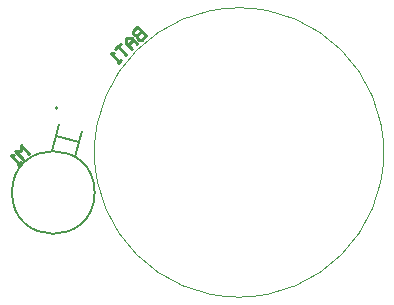
<source format=gbo>
G04*
G04 #@! TF.GenerationSoftware,Altium Limited,Altium Designer,20.1.7 (139)*
G04*
G04 Layer_Color=32896*
%FSLAX44Y44*%
%MOMM*%
G71*
G04*
G04 #@! TF.SameCoordinates,99CDB543-8891-4245-8F14-29871282C811*
G04*
G04*
G04 #@! TF.FilePolarity,Positive*
G04*
G01*
G75*
%ADD10C,0.1000*%
%ADD11C,0.2000*%
%ADD145C,0.1270*%
%ADD146C,0.2540*%
D10*
X159140Y14850D02*
G03*
X159140Y14850I-122500J0D01*
G01*
D11*
X-117084Y52437D02*
G03*
X-117084Y52437I-1000J0D01*
G01*
D145*
X-85669Y-19029D02*
G03*
X-85669Y-19029I-35000J0D01*
G01*
X-98845Y23781D02*
X-96270Y33393D01*
X-118163Y28958D02*
X-115588Y38569D01*
X-121541Y16353D02*
X-118163Y28958D01*
X-102223Y11176D02*
X-98845Y23781D01*
X-118163Y28958D02*
X-98845Y23781D01*
D146*
X-49503Y121066D02*
X-42434Y113997D01*
X-45969Y110463D01*
X-48325D01*
X-49503Y111641D01*
X-49503Y113997D01*
X-45969Y117531D01*
X-49503Y113997D01*
X-51859D01*
X-53038Y115175D01*
Y117531D01*
X-49503Y121066D01*
Y106928D02*
X-54216Y111641D01*
X-58928Y111641D01*
X-58928Y106928D01*
X-54216Y102216D01*
X-57750Y105750D01*
X-53038Y110463D01*
X-63641Y106928D02*
X-68353Y102216D01*
X-65997Y104572D01*
X-58928Y97503D01*
X-63641Y92790D02*
X-65997Y90434D01*
X-64819Y91612D01*
X-71888Y98681D01*
X-69531D01*
X-141253Y13678D02*
X-148322Y20747D01*
X-148322Y16034D01*
X-153034Y16034D01*
X-145966Y8966D01*
X-148322Y6609D02*
X-150678Y4253D01*
X-149500Y5431D01*
X-156569Y12500D01*
X-154213D01*
M02*

</source>
